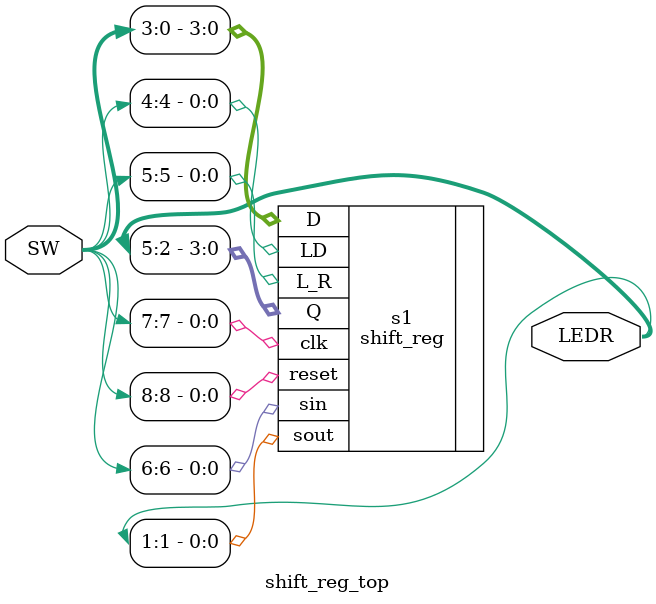
<source format=v>
module shift_reg_top(
	input [8:0] SW,
	output [5:1] LEDR
	);
	
	// instantiate submodule
	shift_reg s1(
		.L_R(SW[5]),
		.LD(SW[4]),
		.D(SW[3:0]),
		.sin(SW[6]),
		.clk(SW[7]),
		.reset(SW[8]),
		.Q(LEDR[5:2]),
		.sout(LEDR[1])
		);
		
endmodule  // shift_reg_top
</source>
